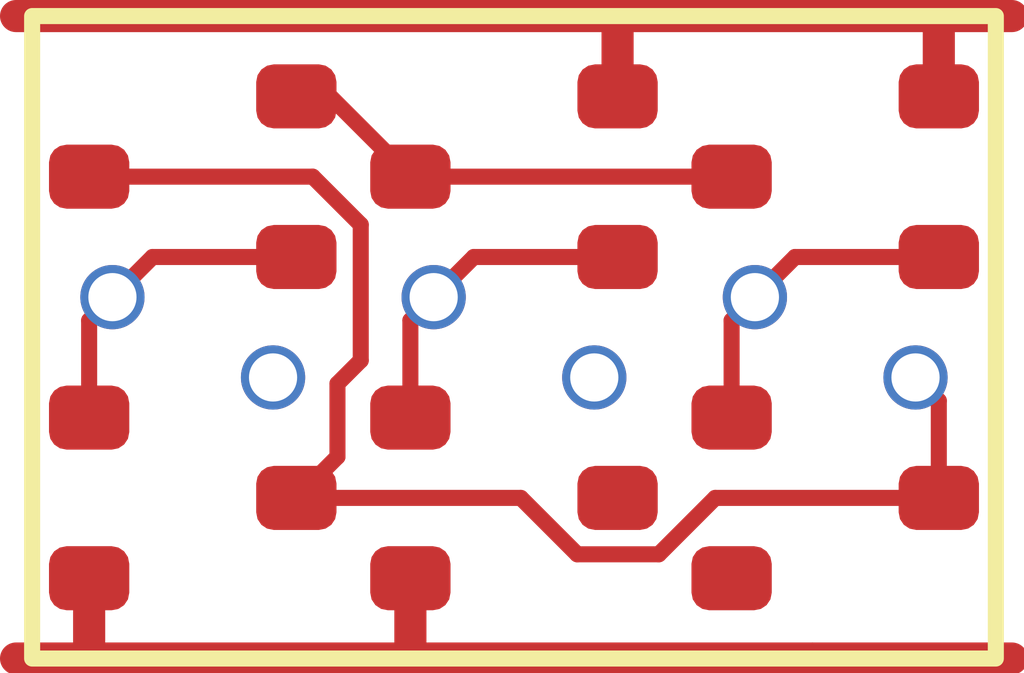
<source format=kicad_pcb>
(kicad_pcb (version 20241229) (generator "pcbnew") (generator_version "9.0")
  (layers (0 "F.Cu" signal) (2 "B.Cu" signal) (13 "F.Paste" user) (15 "B.Paste" user) (5 "F.SilkS" user "F.Silkscreen") (7 "B.SilkS" user "B.Silkscreen") (1 "F.Mask" user) (3 "B.Mask" user) (25 "Edge.Cuts" user))
  (net 0 "")
  (net 1 "A")
  (net 2 "GND")
  (net 3 "Y")
  (net 4 "B1")
  (net 5 "intB")
  (net 6 "B2")
  (net 7 "intP")
  (net 8 "VDD")
  (footprint "RV523:SOT523" (layer "F.Cu") (at 1 1 180)
    (property "Reference" "P1" (hide yes))
    (property "Value" "PMOS" (hide yes))
    (pad "1" smd roundrect (at -0.645 -0.5) (size 0.5 0.399) (layers "F.Cu" "F.Mask" "F.Paste") (roundrect_rratio 0.275) (net 1 "A"))
    (pad "2" smd roundrect (at -0.645 0.5) (size 0.5 0.399) (layers "F.Cu" "F.Mask" "F.Paste") (roundrect_rratio 0.275) (net 7 "intP"))
    (pad "3" smd roundrect (at 0.645 0) (size 0.5 0.399) (layers "F.Cu" "F.Mask" "F.Paste") (roundrect_rratio 0.275) (net 3 "Y"))
  )
  (footprint "RV523:SOT523" (layer "F.Cu") (at 3 1 180)
    (property "Reference" "P2" (hide yes))
    (property "Value" "PMOS" (hide yes))
    (pad "1" smd roundrect (at -0.645 -0.5) (size 0.5 0.399) (layers "F.Cu" "F.Mask" "F.Paste") (roundrect_rratio 0.275) (net 4 "B1"))
    (pad "2" smd roundrect (at -0.645 0.5) (size 0.5 0.399) (layers "F.Cu" "F.Mask" "F.Paste") (roundrect_rratio 0.275) (net 8 "VDD"))
    (pad "3" smd roundrect (at 0.645 0) (size 0.5 0.399) (layers "F.Cu" "F.Mask" "F.Paste") (roundrect_rratio 0.275) (net 7 "intP"))
  )
  (footprint "RV523:SOT523" (layer "F.Cu") (at 5 1 180)
    (property "Reference" "P3" (hide yes))
    (property "Value" "PMOS" (hide yes))
    (pad "1" smd roundrect (at -0.645 -0.5) (size 0.5 0.399) (layers "F.Cu" "F.Mask" "F.Paste") (roundrect_rratio 0.275) (net 6 "B2"))
    (pad "2" smd roundrect (at -0.645 0.5) (size 0.5 0.399) (layers "F.Cu" "F.Mask" "F.Paste") (roundrect_rratio 0.275) (net 8 "VDD"))
    (pad "3" smd roundrect (at 0.645 0) (size 0.5 0.399) (layers "F.Cu" "F.Mask" "F.Paste") (roundrect_rratio 0.275) (net 7 "intP"))
  )
  (footprint "RV523:SOT523" (layer "F.Cu") (at 5 3)
    (property "Reference" "N3" (hide yes))
    (property "Value" "NMOS" (hide yes))
    (pad "1" smd roundrect (at -0.645 -0.5 180) (size 0.5 0.399) (layers "F.Cu" "F.Mask" "F.Paste") (roundrect_rratio 0.275) (net 6 "B2"))
    (pad "2" smd roundrect (at -0.645 0.5 180) (size 0.5 0.399) (layers "F.Cu" "F.Mask" "F.Paste") (roundrect_rratio 0.275) (net 5 "intB"))
    (pad "3" smd roundrect (at 0.645 0 180) (size 0.5 0.399) (layers "F.Cu" "F.Mask" "F.Paste") (roundrect_rratio 0.275) (net 3 "Y"))
  )
  (footprint "RV523:SOT523" (layer "F.Cu") (at 3 3)
    (property "Reference" "N2" (hide yes))
    (property "Value" "NMOS" (hide yes))
    (pad "1" smd roundrect (at -0.645 -0.5 180) (size 0.5 0.399) (layers "F.Cu" "F.Mask" "F.Paste") (roundrect_rratio 0.275) (net 4 "B1"))
    (pad "2" smd roundrect (at -0.645 0.5 180) (size 0.5 0.399) (layers "F.Cu" "F.Mask" "F.Paste") (roundrect_rratio 0.275) (net 2 "GND"))
    (pad "3" smd roundrect (at 0.645 0 180) (size 0.5 0.399) (layers "F.Cu" "F.Mask" "F.Paste") (roundrect_rratio 0.275) (net 5 "intB"))
  )
  (footprint "RV523:SOT523" (layer "F.Cu") (at 1 3)
    (property "Reference" "N1" (hide yes))
    (property "Value" "NMOS" (hide yes))
    (pad "1" smd roundrect (at -0.645 -0.5 180) (size 0.5 0.399) (layers "F.Cu" "F.Mask" "F.Paste") (roundrect_rratio 0.275) (net 1 "A"))
    (pad "2" smd roundrect (at -0.645 0.5 180) (size 0.5 0.399) (layers "F.Cu" "F.Mask" "F.Paste") (roundrect_rratio 0.275) (net 2 "GND"))
    (pad "3" smd roundrect (at 0.645 0 180) (size 0.5 0.399) (layers "F.Cu" "F.Mask" "F.Paste") (roundrect_rratio 0.275) (net 3 "Y"))
  )
  (gr_rect (start 0 0) (end 6 4) (stroke (width 0.1)) (fill no) (layer "F.SilkS"))
  (via (at 3.5 2.25) (size 0.4) (drill 0.3) (layers "F.Cu" "B.Cu") (net 0))
  (via (at 1.5 2.25) (size 0.4) (drill 0.3) (layers "F.Cu" "B.Cu") (net 0))
  (segment (start 1.645 1.5) (end 0.75 1.5) (width 0.1) (layer "F.Cu") (net 1))
  (segment (start 0.75 1.5) (end 0.5 1.75) (width 0.1) (layer "F.Cu") (net 1))
  (segment (start 0.355 2.5) (end 0.355 1.895) (width 0.1) (layer "F.Cu") (net 1))
  (segment (start 0.355 1.895) (end 0.5 1.75) (width 0.1) (layer "F.Cu") (net 1))
  (via (at 0.5 1.75) (size 0.4) (drill 0.3) (layers "F.Cu" "B.Cu") (net 1))
  (segment (start 0.3 4) (end 0.4 4) (width 0.2) (layer "F.Cu") (net 2))
  (segment (start 0.355 3.5) (end 0.355 3.955) (width 0.2) (layer "F.Cu") (net 2))
  (segment (start 0.4 4) (end 2.3 4) (width 0.2) (layer "F.Cu") (net 2))
  (segment (start 4.855 4) (end 4.86 4) (width 0.2) (layer "F.Cu") (net 2))
  (segment (start -0.1 4) (end 0.3 4) (width 0.2) (layer "F.Cu") (net 2))
  (segment (start 0.355 3.955) (end 0.4 4) (width 0.2) (layer "F.Cu") (net 2))
  (segment (start 4.86 4) (end 6.1 4) (width 0.2) (layer "F.Cu") (net 2))
  (segment (start 2.355 3.5) (end 2.355 3.945) (width 0.2) (layer "F.Cu") (net 2))
  (segment (start 2.3 4) (end 4.86 4) (width 0.2) (layer "F.Cu") (net 2))
  (segment (start 2.355 3.945) (end 2.3 4) (width 0.2) (layer "F.Cu") (net 2))
  (segment (start 2.046 2.144) (end 1.901 2.289) (width 0.1) (layer "F.Cu") (net 3))
  (segment (start 1.901 2.744) (end 1.645 3) (width 0.1) (layer "F.Cu") (net 3))
  (segment (start 5.645 2.395) (end 5.5 2.25) (width 0.1) (layer "F.Cu") (net 3))
  (segment (start 3.393842 3.351) (end 3.901842 3.351) (width 0.1) (layer "F.Cu") (net 3))
  (segment (start 0.355 1) (end 1.747158 1) (width 0.1) (layer "F.Cu") (net 3))
  (segment (start 1.747158 1) (end 2.046 1.298842) (width 0.1) (layer "F.Cu") (net 3))
  (segment (start 2.046 1.298842) (end 2.046 2.144) (width 0.1) (layer "F.Cu") (net 3))
  (segment (start 3.042842 3) (end 3.393842 3.351) (width 0.1) (layer "F.Cu") (net 3))
  (segment (start 3.901842 3.351) (end 4.252842 3) (width 0.1) (layer "F.Cu") (net 3))
  (segment (start 1.645 3) (end 3.042842 3) (width 0.1) (layer "F.Cu") (net 3))
  (segment (start 4.252842 3) (end 5.645 3) (width 0.1) (layer "F.Cu") (net 3))
  (segment (start 5.645 3) (end 5.645 2.395) (width 0.1) (layer "F.Cu") (net 3))
  (segment (start 1.901 2.289) (end 1.901 2.744) (width 0.1) (layer "F.Cu") (net 3))
  (via (at 5.5 2.25) (size 0.4) (drill 0.3) (layers "F.Cu" "B.Cu") (net 3))
  (segment (start 2.355 1.895) (end 2.5 1.75) (width 0.1) (layer "F.Cu") (net 4))
  (segment (start 2.355 2.5) (end 2.355 1.895) (width 0.1) (layer "F.Cu") (net 4))
  (segment (start 3.645 1.5) (end 2.75 1.5) (width 0.1) (layer "F.Cu") (net 4))
  (segment (start 2.75 1.5) (end 2.5 1.75) (width 0.1) (layer "F.Cu") (net 4))
  (via (at 2.5 1.75) (size 0.4) (drill 0.3) (layers "F.Cu" "B.Cu") (net 4))
  (segment (start 4.355 1.895) (end 4.5 1.75) (width 0.1) (layer "F.Cu") (net 6))
  (segment (start 4.75 1.5) (end 4.5 1.75) (width 0.1) (layer "F.Cu") (net 6))
  (segment (start 5.645 1.5) (end 4.75 1.5) (width 0.1) (layer "F.Cu") (net 6))
  (segment (start 4.355 2.5) (end 4.355 1.895) (width 0.1) (layer "F.Cu") (net 6))
  (via (at 4.5 1.75) (size 0.4) (drill 0.3) (layers "F.Cu" "B.Cu") (net 6))
  (segment (start 2.355 1) (end 4.355 1) (width 0.1) (layer "F.Cu") (net 7))
  (segment (start 1.645 0.5) (end 1.855 0.5) (width 0.1) (layer "F.Cu") (net 7))
  (segment (start 1.855 0.5) (end 2.355 1) (width 0.1) (layer "F.Cu") (net 7))
  (segment (start 5.645 0.045) (end 5.6 0) (width 0.2) (layer "F.Cu") (net 8))
  (segment (start 5.6 0) (end 6.1 0) (width 0.2) (layer "F.Cu") (net 8))
  (segment (start 5.645 0.5) (end 5.645 0.045) (width 0.2) (layer "F.Cu") (net 8))
  (segment (start 3.6 0) (end 5.6 0) (width 0.2) (layer "F.Cu") (net 8))
  (segment (start 3.645 0.5) (end 3.645 0.045) (width 0.2) (layer "F.Cu") (net 8))
  (segment (start -0.1 0) (end 3.6 0) (width 0.2) (layer "F.Cu") (net 8))
  (segment (start 3.645 0.045) (end 3.6 0) (width 0.2) (layer "F.Cu") (net 8))
)
</source>
